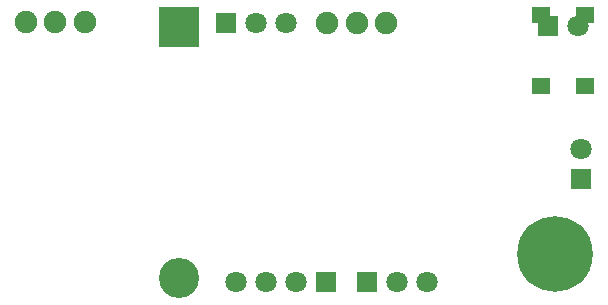
<source format=gbs>
G04 (created by PCBNEW (2013-05-16 BZR 4016)-stable) date 22/07/2013 12:31:48*
%MOIN*%
G04 Gerber Fmt 3.4, Leading zero omitted, Abs format*
%FSLAX34Y34*%
G01*
G70*
G90*
G04 APERTURE LIST*
%ADD10C,0.00590551*%
%ADD11R,0.133848X0.133848*%
%ADD12C,0.133848*%
%ADD13R,0.070848X0.070848*%
%ADD14C,0.070848*%
%ADD15R,0.070748X0.070748*%
%ADD16C,0.070748*%
%ADD17C,0.251948*%
%ADD18R,0.059048X0.055148*%
%ADD19C,0.074848*%
G04 APERTURE END LIST*
G54D10*
G54D11*
X51954Y-49746D03*
G54D12*
X51964Y-58110D03*
G54D13*
X56854Y-58267D03*
G54D14*
X55854Y-58267D03*
X54854Y-58267D03*
X53854Y-58267D03*
G54D15*
X58212Y-58267D03*
G54D16*
X59212Y-58267D03*
X60212Y-58267D03*
G54D15*
X53527Y-49606D03*
G54D16*
X54527Y-49606D03*
X55527Y-49606D03*
G54D15*
X64244Y-49711D03*
G54D16*
X65244Y-49711D03*
G54D15*
X65354Y-54830D03*
G54D16*
X65354Y-53830D03*
G54D17*
X64488Y-57322D03*
G54D18*
X64035Y-51732D03*
X65491Y-51732D03*
X65491Y-49370D03*
X64035Y-49370D03*
G54D19*
X47829Y-49589D03*
X57874Y-49606D03*
X48813Y-49589D03*
X58858Y-49606D03*
X56889Y-49606D03*
X46845Y-49589D03*
M02*

</source>
